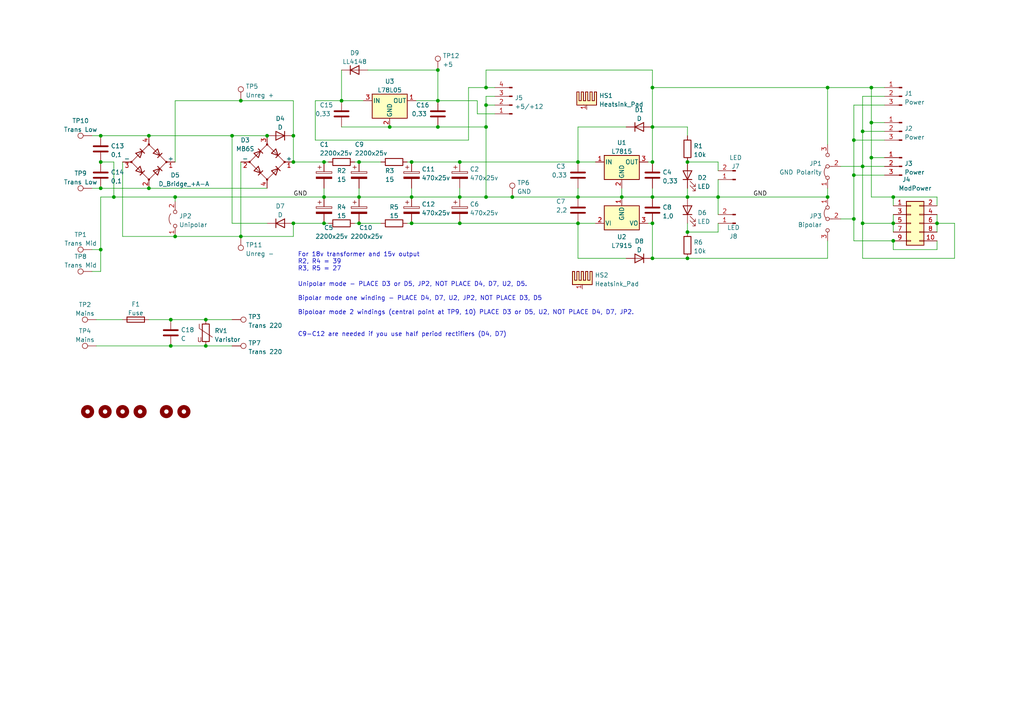
<source format=kicad_sch>
(kicad_sch (version 20211123) (generator eeschema)
  (paper "A4")
  (lib_symbols
    (symbol "Connector:Conn_01x02_Male" (pin_names (offset 1.016) hide)
      (property "Reference" "J" (at 0 2.54 0))
      (property "Value" "Conn_01x02_Male" (at 0 -5.08 0))
      (symbol "Conn_01x02_Male_1_1"
        (polyline (pts (xy 1.27 -2.54) (xy 0.8636 -2.54)) (stroke (width 0.1524)))
        (polyline (pts (xy 1.27 0) (xy 0.8636 0)) (stroke (width 0.1524)))
        (rectangle (start 0.8636 -2.413) (end 0 -2.667) (stroke (width 0.1524)) (fill (type outline)))
        (rectangle (start 0.8636 0.127) (end 0 -0.127) (stroke (width 0.1524)) (fill (type outline)))
        (pin passive line (at 5.08 0 180) (length 3.81) (name "Pin_1") (number "1"))
        (pin passive line (at 5.08 -2.54 180) (length 3.81) (name "Pin_2") (number "2"))
      )
    )
    (symbol "Connector:Conn_01x03_Male" (pin_names (offset 1.016) hide)
      (property "Reference" "J" (at 0 5.08 0))
      (property "Value" "Conn_01x03_Male" (at 0 -5.08 0))
      (symbol "Conn_01x03_Male_1_1"
        (polyline (pts (xy 1.27 -2.54) (xy 0.8636 -2.54)) (stroke (width 0.1524)))
        (polyline (pts (xy 1.27 0) (xy 0.8636 0)) (stroke (width 0.1524)))
        (polyline (pts (xy 1.27 2.54) (xy 0.8636 2.54)) (stroke (width 0.1524)))
        (rectangle (start 0.8636 -2.413) (end 0 -2.667) (stroke (width 0.1524)) (fill (type outline)))
        (rectangle (start 0.8636 0.127) (end 0 -0.127) (stroke (width 0.1524)) (fill (type outline)))
        (rectangle (start 0.8636 2.667) (end 0 2.413) (stroke (width 0.1524)) (fill (type outline)))
        (pin passive line (at 5.08 2.54 180) (length 3.81) (name "Pin_1") (number "1"))
        (pin passive line (at 5.08 0 180) (length 3.81) (name "Pin_2") (number "2"))
        (pin passive line (at 5.08 -2.54 180) (length 3.81) (name "Pin_3") (number "3"))
      )
    )
    (symbol "Connector:Conn_01x04_Male" (pin_names (offset 1.016) hide)
      (property "Reference" "J" (at 0 5.08 0))
      (property "Value" "Conn_01x04_Male" (at 0 -7.62 0))
      (symbol "Conn_01x04_Male_1_1"
        (polyline (pts (xy 1.27 -5.08) (xy 0.8636 -5.08)) (stroke (width 0.1524)))
        (polyline (pts (xy 1.27 -2.54) (xy 0.8636 -2.54)) (stroke (width 0.1524)))
        (polyline (pts (xy 1.27 0) (xy 0.8636 0)) (stroke (width 0.1524)))
        (polyline (pts (xy 1.27 2.54) (xy 0.8636 2.54)) (stroke (width 0.1524)))
        (rectangle (start 0.8636 -4.953) (end 0 -5.207) (stroke (width 0.1524)) (fill (type outline)))
        (rectangle (start 0.8636 -2.413) (end 0 -2.667) (stroke (width 0.1524)) (fill (type outline)))
        (rectangle (start 0.8636 0.127) (end 0 -0.127) (stroke (width 0.1524)) (fill (type outline)))
        (rectangle (start 0.8636 2.667) (end 0 2.413) (stroke (width 0.1524)) (fill (type outline)))
        (pin passive line (at 5.08 2.54 180) (length 3.81) (name "Pin_1") (number "1"))
        (pin passive line (at 5.08 0 180) (length 3.81) (name "Pin_2") (number "2"))
        (pin passive line (at 5.08 -2.54 180) (length 3.81) (name "Pin_3") (number "3"))
        (pin passive line (at 5.08 -5.08 180) (length 3.81) (name "Pin_4") (number "4"))
      )
    )
    (symbol "Connector:TestPoint" (pin_numbers hide) (pin_names (offset 0.762) hide)
      (property "Reference" "TP" (at 0 6.858 0))
      (property "Value" "TestPoint" (at 0 5.08 0))
      (symbol "TestPoint_0_1"
        (circle (center 0 3.302) (radius 0.762))
      )
      (symbol "TestPoint_1_1"
        (pin passive line (at 0 0 90) (length 2.54) (name "1") (number "1"))
      )
    )
    (symbol "Connector_Generic:Conn_02x05_Odd_Even" (pin_names (offset 1.016) hide)
      (property "Reference" "J" (at 1.27 7.62 0))
      (property "Value" "Conn_02x05_Odd_Even" (at 1.27 -7.62 0))
      (symbol "Conn_02x05_Odd_Even_1_1"
        (rectangle (start -1.27 -4.953) (end 0 -5.207) (stroke (width 0.1524)))
        (rectangle (start -1.27 -2.413) (end 0 -2.667) (stroke (width 0.1524)))
        (rectangle (start -1.27 0.127) (end 0 -0.127) (stroke (width 0.1524)))
        (rectangle (start -1.27 2.667) (end 0 2.413) (stroke (width 0.1524)))
        (rectangle (start -1.27 5.207) (end 0 4.953) (stroke (width 0.1524)))
        (rectangle (start -1.27 6.35) (end 3.81 -6.35) (stroke (width 0.254)) (fill (type background)))
        (rectangle (start 3.81 -4.953) (end 2.54 -5.207) (stroke (width 0.1524)))
        (rectangle (start 3.81 -2.413) (end 2.54 -2.667) (stroke (width 0.1524)))
        (rectangle (start 3.81 0.127) (end 2.54 -0.127) (stroke (width 0.1524)))
        (rectangle (start 3.81 2.667) (end 2.54 2.413) (stroke (width 0.1524)))
        (rectangle (start 3.81 5.207) (end 2.54 4.953) (stroke (width 0.1524)))
        (pin passive line (at -5.08 5.08 0) (length 3.81) (name "Pin_1") (number "1"))
        (pin passive line (at 7.62 -5.08 180) (length 3.81) (name "Pin_10") (number "10"))
        (pin passive line (at 7.62 5.08 180) (length 3.81) (name "Pin_2") (number "2"))
        (pin passive line (at -5.08 2.54 0) (length 3.81) (name "Pin_3") (number "3"))
        (pin passive line (at 7.62 2.54 180) (length 3.81) (name "Pin_4") (number "4"))
        (pin passive line (at -5.08 0 0) (length 3.81) (name "Pin_5") (number "5"))
        (pin passive line (at 7.62 0 180) (length 3.81) (name "Pin_6") (number "6"))
        (pin passive line (at -5.08 -2.54 0) (length 3.81) (name "Pin_7") (number "7"))
        (pin passive line (at 7.62 -2.54 180) (length 3.81) (name "Pin_8") (number "8"))
        (pin passive line (at -5.08 -5.08 0) (length 3.81) (name "Pin_9") (number "9"))
      )
    )
    (symbol "Device:C" (pin_numbers hide) (pin_names (offset 0.254))
      (property "Reference" "C" (at 0.635 2.54 0))
      (property "Value" "C" (at 0.635 -2.54 0))
      (symbol "C_0_1"
        (polyline (pts (xy -2.032 -0.762) (xy 2.032 -0.762)) (stroke (width 0.508)))
        (polyline (pts (xy -2.032 0.762) (xy 2.032 0.762)) (stroke (width 0.508)))
      )
      (symbol "C_1_1"
        (pin passive line (at 0 3.81 270) (length 2.794) (name "~") (number "1"))
        (pin passive line (at 0 -3.81 90) (length 2.794) (name "~") (number "2"))
      )
    )
    (symbol "Device:C_Polarized" (pin_numbers hide) (pin_names (offset 0.254))
      (property "Reference" "C" (at 0.635 2.54 0))
      (property "Value" "C_Polarized" (at 0.635 -2.54 0))
      (symbol "C_Polarized_0_1"
        (rectangle (start -2.286 0.508) (end 2.286 1.016))
        (polyline (pts (xy -1.778 2.286) (xy -0.762 2.286)))
        (polyline (pts (xy -1.27 2.794) (xy -1.27 1.778)))
        (rectangle (start 2.286 -0.508) (end -2.286 -1.016) (fill (type outline)))
      )
      (symbol "C_Polarized_1_1"
        (pin passive line (at 0 3.81 270) (length 2.794) (name "~") (number "1"))
        (pin passive line (at 0 -3.81 90) (length 2.794) (name "~") (number "2"))
      )
    )
    (symbol "Device:D" (pin_numbers hide) (pin_names (offset 1.016) hide)
      (property "Reference" "D" (at 0 2.54 0))
      (property "Value" "D" (at 0 -2.54 0))
      (symbol "D_0_1"
        (polyline (pts (xy -1.27 1.27) (xy -1.27 -1.27)) (stroke (width 0.254)))
        (polyline (pts (xy 1.27 0) (xy -1.27 0)))
        (polyline (pts (xy 1.27 1.27) (xy 1.27 -1.27) (xy -1.27 0) (xy 1.27 1.27)) (stroke (width 0.254)))
      )
      (symbol "D_1_1"
        (pin passive line (at -3.81 0 0) (length 2.54) (name "K") (number "1"))
        (pin passive line (at 3.81 0 180) (length 2.54) (name "A") (number "2"))
      )
    )
    (symbol "Device:D_Bridge_+-AA" (pin_names (offset 0))
      (property "Reference" "D" (at 2.54 6.985 0))
      (property "Value" "D_Bridge_+-AA" (at 2.54 5.08 0))
      (symbol "D_Bridge_+-AA_0_1"
        (circle (center -5.08 0) (radius 0.254) (fill (type outline)))
        (circle (center 0 -5.08) (radius 0.254) (fill (type outline)))
        (polyline (pts (xy -2.54 3.81) (xy -1.27 2.54)) (stroke (width 0.254)))
        (polyline (pts (xy -1.27 -2.54) (xy -2.54 -3.81)) (stroke (width 0.254)))
        (polyline (pts (xy 2.54 -1.27) (xy 3.81 -2.54)) (stroke (width 0.254)))
        (polyline (pts (xy 2.54 1.27) (xy 3.81 2.54)) (stroke (width 0.254)))
        (polyline (pts (xy -3.81 2.54) (xy -2.54 1.27) (xy -1.905 3.175) (xy -3.81 2.54)) (stroke (width 0.254)))
        (polyline (pts (xy -2.54 -1.27) (xy -3.81 -2.54) (xy -1.905 -3.175) (xy -2.54 -1.27)) (stroke (width 0.254)))
        (polyline (pts (xy 1.27 2.54) (xy 2.54 3.81) (xy 3.175 1.905) (xy 1.27 2.54)) (stroke (width 0.254)))
        (polyline (pts (xy 3.175 -1.905) (xy 1.27 -2.54) (xy 2.54 -3.81) (xy 3.175 -1.905)) (stroke (width 0.254)))
        (polyline (pts (xy -5.08 0) (xy 0 -5.08) (xy 5.08 0) (xy 0 5.08) (xy -5.08 0)))
        (circle (center 0 5.08) (radius 0.254) (fill (type outline)))
        (circle (center 5.08 0) (radius 0.254) (fill (type outline)))
      )
      (symbol "D_Bridge_+-AA_1_1"
        (pin passive line (at 7.62 0 180) (length 2.54) (name "+") (number "1"))
        (pin passive line (at -7.62 0 0) (length 2.54) (name "-") (number "2"))
        (pin passive line (at 0 7.62 270) (length 2.54) (name "~") (number "3"))
        (pin passive line (at 0 -7.62 90) (length 2.54) (name "~") (number "4"))
      )
    )
    (symbol "Device:D_Bridge_+A-A" (pin_names (offset 0))
      (property "Reference" "D" (at 2.54 6.985 0))
      (property "Value" "D_Bridge_+A-A" (at 2.54 5.08 0))
      (symbol "D_Bridge_+A-A_0_1"
        (circle (center -5.08 0) (radius 0.254) (fill (type outline)))
        (circle (center 0 -5.08) (radius 0.254) (fill (type outline)))
        (polyline (pts (xy -2.54 3.81) (xy -1.27 2.54)) (stroke (width 0.254)))
        (polyline (pts (xy -1.27 -2.54) (xy -2.54 -3.81)) (stroke (width 0.254)))
        (polyline (pts (xy 2.54 -1.27) (xy 3.81 -2.54)) (stroke (width 0.254)))
        (polyline (pts (xy 2.54 1.27) (xy 3.81 2.54)) (stroke (width 0.254)))
        (polyline (pts (xy -3.81 2.54) (xy -2.54 1.27) (xy -1.905 3.175) (xy -3.81 2.54)) (stroke (width 0.254)))
        (polyline (pts (xy -2.54 -1.27) (xy -3.81 -2.54) (xy -1.905 -3.175) (xy -2.54 -1.27)) (stroke (width 0.254)))
        (polyline (pts (xy 1.27 2.54) (xy 2.54 3.81) (xy 3.175 1.905) (xy 1.27 2.54)) (stroke (width 0.254)))
        (polyline (pts (xy 3.175 -1.905) (xy 1.27 -2.54) (xy 2.54 -3.81) (xy 3.175 -1.905)) (stroke (width 0.254)))
        (polyline (pts (xy -5.08 0) (xy 0 -5.08) (xy 5.08 0) (xy 0 5.08) (xy -5.08 0)))
        (circle (center 0 5.08) (radius 0.254) (fill (type outline)))
        (circle (center 5.08 0) (radius 0.254) (fill (type outline)))
      )
      (symbol "D_Bridge_+A-A_1_1"
        (pin passive line (at 7.62 0 180) (length 2.54) (name "+") (number "1"))
        (pin passive line (at 0 -7.62 90) (length 2.54) (name "~") (number "2"))
        (pin passive line (at -7.62 0 0) (length 2.54) (name "-") (number "3"))
        (pin passive line (at 0 7.62 270) (length 2.54) (name "~") (number "4"))
      )
    )
    (symbol "Device:Fuse" (pin_numbers hide) (pin_names (offset 0))
      (property "Reference" "F" (at 2.032 0 90))
      (property "Value" "Fuse" (at -1.905 0 90))
      (symbol "Fuse_0_1"
        (rectangle (start -0.762 -2.54) (end 0.762 2.54) (stroke (width 0.254)))
        (polyline (pts (xy 0 2.54) (xy 0 -2.54)))
      )
      (symbol "Fuse_1_1"
        (pin passive line (at 0 3.81 270) (length 1.27) (name "~") (number "1"))
        (pin passive line (at 0 -3.81 90) (length 1.27) (name "~") (number "2"))
      )
    )
    (symbol "Device:LED" (pin_numbers hide) (pin_names (offset 1.016) hide)
      (property "Reference" "D" (at 0 2.54 0))
      (property "Value" "LED" (at 0 -2.54 0))
      (symbol "LED_0_1"
        (polyline (pts (xy -1.27 -1.27) (xy -1.27 1.27)) (stroke (width 0.254)))
        (polyline (pts (xy -1.27 0) (xy 1.27 0)))
        (polyline (pts (xy 1.27 -1.27) (xy 1.27 1.27) (xy -1.27 0) (xy 1.27 -1.27)) (stroke (width 0.254)))
        (polyline (pts (xy -3.048 -0.762) (xy -4.572 -2.286) (xy -3.81 -2.286) (xy -4.572 -2.286) (xy -4.572 -1.524)))
        (polyline (pts (xy -1.778 -0.762) (xy -3.302 -2.286) (xy -2.54 -2.286) (xy -3.302 -2.286) (xy -3.302 -1.524)))
      )
      (symbol "LED_1_1"
        (pin passive line (at -3.81 0 0) (length 2.54) (name "K") (number "1"))
        (pin passive line (at 3.81 0 180) (length 2.54) (name "A") (number "2"))
      )
    )
    (symbol "Device:R" (pin_numbers hide) (pin_names (offset 0))
      (property "Reference" "R" (at 2.032 0 90))
      (property "Value" "R" (at 0 0 90))
      (symbol "R_0_1"
        (rectangle (start -1.016 -2.54) (end 1.016 2.54) (stroke (width 0.254)))
      )
      (symbol "R_1_1"
        (pin passive line (at 0 3.81 270) (length 1.27) (name "~") (number "1"))
        (pin passive line (at 0 -3.81 90) (length 1.27) (name "~") (number "2"))
      )
    )
    (symbol "Device:Varistor" (pin_numbers hide) (pin_names (offset 0))
      (property "Reference" "RV" (at 3.175 0 90))
      (property "Value" "Varistor" (at -3.175 0 90))
      (symbol "Varistor_0_0"
        (text "U" (at -1.778 -2.032 0) (effects (font (size 1.27 1.27))))
      )
      (symbol "Varistor_0_1"
        (rectangle (start -1.016 -2.54) (end 1.016 2.54) (stroke (width 0.254)))
        (polyline (pts (xy -1.905 2.54) (xy -1.905 1.27) (xy 1.905 -1.27)))
      )
      (symbol "Varistor_1_1"
        (pin passive line (at 0 3.81 270) (length 1.27) (name "~") (number "1"))
        (pin passive line (at 0 -3.81 90) (length 1.27) (name "~") (number "2"))
      )
    )
    (symbol "Diode:LL4148" (pin_numbers hide) (pin_names hide)
      (property "Reference" "D" (at 0 2.54 0))
      (property "Value" "LL4148" (at 0 -2.54 0))
      (symbol "LL4148_0_1"
        (polyline (pts (xy -1.27 1.27) (xy -1.27 -1.27)) (stroke (width 0.254)))
        (polyline (pts (xy 1.27 0) (xy -1.27 0)))
        (polyline (pts (xy 1.27 1.27) (xy 1.27 -1.27) (xy -1.27 0) (xy 1.27 1.27)) (stroke (width 0.254)))
      )
      (symbol "LL4148_1_1"
        (pin passive line (at -3.81 0 0) (length 2.54) (name "K") (number "1"))
        (pin passive line (at 3.81 0 180) (length 2.54) (name "A") (number "2"))
      )
    )
    (symbol "Jumper:Jumper_2_Open" (pin_names (offset 0) hide)
      (property "Reference" "JP" (at 0 2.794 0))
      (property "Value" "Jumper_2_Open" (at 0 -2.286 0))
      (symbol "Jumper_2_Open_0_0"
        (circle (center -2.032 0) (radius 0.508))
        (circle (center 2.032 0) (radius 0.508))
      )
      (symbol "Jumper_2_Open_0_1"
        (arc (start 1.524 1.27) (mid 0 1.778) (end -1.524 1.27))
      )
      (symbol "Jumper_2_Open_1_1"
        (pin passive line (at -5.08 0 0) (length 2.54) (name "A") (number "1"))
        (pin passive line (at 5.08 0 180) (length 2.54) (name "B") (number "2"))
      )
    )
    (symbol "Jumper:Jumper_3_Bridged12" (pin_names (offset 0) hide)
      (property "Reference" "JP" (at -2.54 -2.54 0))
      (property "Value" "Jumper_3_Bridged12" (at 0 2.794 0))
      (symbol "Jumper_3_Bridged12_0_0"
        (circle (center -3.302 0) (radius 0.508))
        (circle (center 0 0) (radius 0.508))
        (circle (center 3.302 0) (radius 0.508))
      )
      (symbol "Jumper_3_Bridged12_0_1"
        (arc (start -0.254 0.508) (mid -1.651 0.9912) (end -3.048 0.508))
        (polyline (pts (xy 0 -1.27) (xy 0 -0.508)))
      )
      (symbol "Jumper_3_Bridged12_1_1"
        (pin passive line (at -6.35 0 0) (length 2.54) (name "A") (number "1"))
        (pin passive line (at 0 -3.81 90) (length 2.54) (name "C") (number "2"))
        (pin passive line (at 6.35 0 180) (length 2.54) (name "B") (number "3"))
      )
    )
    (symbol "Mechanical:Heatsink_Pad" (pin_names (offset 0))
      (property "Reference" "HS" (at 0 5.715 0))
      (property "Value" "Heatsink_Pad" (at 0 3.81 0))
      (symbol "Heatsink_Pad_0_1"
        (polyline (pts (xy -0.3302 0) (xy -0.9652 0) (xy -0.9652 2.54) (xy -1.6002 2.54) (xy -1.6002 0) (xy -2.2352 0) (xy -2.2352 2.54) (xy -2.8702 2.54) (xy -2.8702 -1.27) (xy -0.9652 -1.27)) (stroke (width 0.254)) (fill (type background)))
        (polyline (pts (xy -0.3302 0) (xy -0.3302 2.54) (xy 0.3048 2.54) (xy 0.3048 0) (xy 0.9398 0) (xy 0.9398 2.54) (xy 1.5748 2.54) (xy 1.5748 0) (xy 2.2098 0) (xy 2.2098 2.54) (xy 2.8448 2.54) (xy 2.8448 -1.27) (xy -0.9652 -1.27)) (stroke (width 0.254)) (fill (type background)))
      )
      (symbol "Heatsink_Pad_1_1"
        (pin passive line (at 0 -2.54 90) (length 1.27) (name "~") (number "1"))
      )
    )
    (symbol "Mechanical:MountingHole" (pin_names (offset 1.016))
      (property "Reference" "H" (at 0 5.08 0))
      (property "Value" "MountingHole" (at 0 3.175 0))
      (symbol "MountingHole_0_1"
        (circle (center 0 0) (radius 1.27) (stroke (width 1.27)))
      )
    )
    (symbol "Regulator_Linear:L7815" (pin_names (offset 0.254))
      (property "Reference" "U" (at -3.81 3.175 0))
      (property "Value" "L7815" (at 0 3.175 0))
      (symbol "L7815_0_1"
        (rectangle (start -5.08 1.905) (end 5.08 -5.08) (stroke (width 0.254)) (fill (type background)))
      )
      (symbol "L7815_1_1"
        (pin power_in line (at -7.62 0 0) (length 2.54) (name "IN") (number "1"))
        (pin power_in line (at 0 -7.62 90) (length 2.54) (name "GND") (number "2"))
        (pin power_out line (at 7.62 0 180) (length 2.54) (name "OUT") (number "3"))
      )
    )
    (symbol "Regulator_Linear:L78L05_SOT89" (pin_names (offset 0.254))
      (property "Reference" "U" (at -3.81 3.175 0))
      (property "Value" "L78L05_SOT89" (at -0.635 3.175 0))
      (symbol "L78L05_SOT89_0_1"
        (rectangle (start -5.08 1.905) (end 5.08 -5.08) (stroke (width 0.254)) (fill (type background)))
      )
      (symbol "L78L05_SOT89_1_1"
        (pin power_out line (at 7.62 0 180) (length 2.54) (name "OUT") (number "1"))
        (pin power_in line (at 0 -7.62 90) (length 2.54) (name "GND") (number "2"))
        (pin power_in line (at -7.62 0 0) (length 2.54) (name "IN") (number "3"))
      )
    )
    (symbol "Regulator_Linear:L7915" (pin_names (offset 0.254))
      (property "Reference" "U" (at -3.81 -3.175 0))
      (property "Value" "L7915" (at 0 -3.175 0))
      (symbol "L7915_0_1"
        (rectangle (start -5.08 5.08) (end 5.08 -1.905) (stroke (width 0.254)) (fill (type background)))
      )
      (symbol "L7915_1_1"
        (pin power_in line (at 0 7.62 270) (length 2.54) (name "GND") (number "1"))
        (pin power_in line (at -7.62 0 0) (length 2.54) (name "VI") (number "2"))
        (pin power_out line (at 7.62 0 180) (length 2.54) (name "VO") (number "3"))
      )
    )
  )
  (junction (at 247.65 40.64))
  (junction (at 104.14 57.15))
  (junction (at 259.08 57.15))
  (junction (at 69.85 68.58))
  (junction (at 133.35 57.15))
  (junction (at 250.19 38.1))
  (junction (at 252.73 25.4))
  (junction (at 189.23 64.77))
  (junction (at 127 20.32))
  (junction (at 252.73 35.56))
  (junction (at 29.21 72.39))
  (junction (at 167.64 64.77))
  (junction (at 69.85 29.21))
  (junction (at 85.09 64.77))
  (junction (at 127 29.21))
  (junction (at 119.38 46.99))
  (junction (at 189.23 25.4))
  (junction (at 49.53 100.33))
  (junction (at 199.39 74.93))
  (junction (at 199.39 46.99))
  (junction (at 85.09 39.37))
  (junction (at 85.09 46.99))
  (junction (at 199.39 67.31))
  (junction (at 240.03 25.4))
  (junction (at 250.19 48.26))
  (junction (at 67.31 39.37))
  (junction (at 49.53 92.71))
  (junction (at 240.03 57.15))
  (junction (at 133.35 64.77))
  (junction (at 29.21 39.37))
  (junction (at 189.23 36.83))
  (junction (at 247.65 50.8))
  (junction (at 140.97 30.48))
  (junction (at 93.98 46.99))
  (junction (at 43.18 54.61))
  (junction (at 127 36.83))
  (junction (at 93.98 57.15))
  (junction (at 133.35 46.99))
  (junction (at 189.23 74.93))
  (junction (at 113.03 36.83))
  (junction (at 140.97 25.4))
  (junction (at 119.38 57.15))
  (junction (at 50.8 57.15))
  (junction (at 140.97 36.83))
  (junction (at 29.21 46.99))
  (junction (at 252.73 45.72))
  (junction (at 247.65 63.5))
  (junction (at 199.39 57.15))
  (junction (at 189.23 46.99))
  (junction (at 140.97 57.15))
  (junction (at 167.64 57.15))
  (junction (at 77.47 39.37))
  (junction (at 208.28 57.15))
  (junction (at 59.69 92.71))
  (junction (at 59.69 100.33))
  (junction (at 33.02 57.15))
  (junction (at 119.38 64.77))
  (junction (at 93.98 64.77))
  (junction (at 259.08 69.85))
  (junction (at 259.08 64.77))
  (junction (at 180.34 57.15))
  (junction (at 148.59 57.15))
  (junction (at 99.06 29.21))
  (junction (at 271.78 64.77))
  (junction (at 167.64 46.99))
  (junction (at 50.8 68.58))
  (junction (at 104.14 64.77))
  (junction (at 29.21 54.61))
  (junction (at 43.18 39.37))
  (junction (at 189.23 57.15))
  (junction (at 104.14 46.99))
  (junction (at 250.19 64.77))
  (wire (pts (xy 133.35 57.15) (xy 140.97 57.15)))
  (wire (pts (xy 127 20.32) (xy 127 29.21)))
  (wire (pts (xy 29.21 72.39) (xy 26.67 72.39)))
  (wire (pts (xy 180.34 54.61) (xy 180.34 57.15)))
  (wire (pts (xy 50.8 57.15) (xy 33.02 57.15)))
  (wire (pts (xy 27.94 100.33) (xy 49.53 100.33)))
  (wire (pts (xy 189.23 54.61) (xy 189.23 57.15)))
  (wire (pts (xy 135.89 25.4) (xy 140.97 25.4)))
  (wire (pts (xy 143.51 25.4) (xy 140.97 25.4)))
  (wire (pts (xy 250.19 27.94) (xy 250.19 38.1)))
  (wire (pts (xy 91.44 40.64) (xy 135.89 40.64)))
  (wire (pts (xy 140.97 20.32) (xy 189.23 20.32)))
  (wire (pts (xy 143.51 33.02) (xy 138.43 33.02)))
  (wire (pts (xy 271.78 57.15) (xy 271.78 59.69)))
  (wire (pts (xy 189.23 57.15) (xy 199.39 57.15)))
  (wire (pts (xy 252.73 25.4) (xy 252.73 35.56)))
  (wire (pts (xy 240.03 25.4) (xy 252.73 25.4)))
  (wire (pts (xy 50.8 57.15) (xy 50.8 58.42)))
  (wire (pts (xy 140.97 27.94) (xy 140.97 30.48)))
  (wire (pts (xy 189.23 57.15) (xy 180.34 57.15)))
  (wire (pts (xy 189.23 20.32) (xy 189.23 25.4)))
  (wire (pts (xy 252.73 35.56) (xy 252.73 45.72)))
  (wire (pts (xy 256.54 38.1) (xy 250.19 38.1)))
  (wire (pts (xy 247.65 40.64) (xy 247.65 50.8)))
  (wire (pts (xy 120.65 29.21) (xy 127 29.21)))
  (wire (pts (xy 91.44 29.21) (xy 91.44 40.64)))
  (wire (pts (xy 99.06 29.21) (xy 91.44 29.21)))
  (wire (pts (xy 208.28 57.15) (xy 208.28 62.23)))
  (wire (pts (xy 167.64 64.77) (xy 172.72 64.77)))
  (wire (pts (xy 99.06 29.21) (xy 105.41 29.21)))
  (wire (pts (xy 26.67 54.61) (xy 29.21 54.61)))
  (wire (pts (xy 118.11 46.99) (xy 119.38 46.99)))
  (wire (pts (xy 199.39 36.83) (xy 189.23 36.83)))
  (wire (pts (xy 133.35 64.77) (xy 167.64 64.77)))
  (wire (pts (xy 104.14 46.99) (xy 110.49 46.99)))
  (wire (pts (xy 99.06 20.32) (xy 99.06 29.21)))
  (wire (pts (xy 199.39 74.93) (xy 240.03 74.93)))
  (wire (pts (xy 106.68 20.32) (xy 127 20.32)))
  (wire (pts (xy 256.54 40.64) (xy 247.65 40.64)))
  (wire (pts (xy 276.86 74.93) (xy 250.19 74.93)))
  (wire (pts (xy 104.14 64.77) (xy 110.49 64.77)))
  (wire (pts (xy 29.21 39.37) (xy 43.18 39.37)))
  (wire (pts (xy 259.08 57.15) (xy 271.78 57.15)))
  (wire (pts (xy 69.85 29.21) (xy 85.09 29.21)))
  (wire (pts (xy 43.18 54.61) (xy 77.47 54.61)))
  (wire (pts (xy 208.28 46.99) (xy 199.39 46.99)))
  (wire (pts (xy 259.08 59.69) (xy 259.08 57.15)))
  (wire (pts (xy 93.98 57.15) (xy 93.98 54.61)))
  (wire (pts (xy 49.53 100.33) (xy 59.69 100.33)))
  (wire (pts (xy 199.39 64.77) (xy 199.39 67.31)))
  (wire (pts (xy 252.73 45.72) (xy 252.73 57.15)))
  (wire (pts (xy 93.98 46.99) (xy 95.25 46.99)))
  (wire (pts (xy 256.54 50.8) (xy 247.65 50.8)))
  (wire (pts (xy 250.19 48.26) (xy 250.19 64.77)))
  (wire (pts (xy 247.65 50.8) (xy 247.65 63.5)))
  (wire (pts (xy 271.78 62.23) (xy 271.78 64.77)))
  (wire (pts (xy 50.8 57.15) (xy 93.98 57.15)))
  (wire (pts (xy 43.18 39.37) (xy 67.31 39.37)))
  (wire (pts (xy 199.39 74.93) (xy 189.23 74.93)))
  (wire (pts (xy 259.08 64.77) (xy 259.08 67.31)))
  (wire (pts (xy 256.54 48.26) (xy 250.19 48.26)))
  (wire (pts (xy 135.89 40.64) (xy 135.89 25.4)))
  (wire (pts (xy 113.03 36.83) (xy 127 36.83)))
  (wire (pts (xy 208.28 64.77) (xy 208.28 67.31)))
  (wire (pts (xy 167.64 74.93) (xy 167.64 64.77)))
  (wire (pts (xy 180.34 57.15) (xy 167.64 57.15)))
  (wire (pts (xy 243.84 63.5) (xy 247.65 63.5)))
  (wire (pts (xy 119.38 54.61) (xy 119.38 57.15)))
  (wire (pts (xy 67.31 64.77) (xy 67.31 39.37)))
  (wire (pts (xy 256.54 27.94) (xy 250.19 27.94)))
  (wire (pts (xy 259.08 62.23) (xy 259.08 64.77)))
  (wire (pts (xy 208.28 49.53) (xy 208.28 46.99)))
  (wire (pts (xy 140.97 25.4) (xy 140.97 20.32)))
  (wire (pts (xy 256.54 35.56) (xy 252.73 35.56)))
  (wire (pts (xy 119.38 57.15) (xy 104.14 57.15)))
  (wire (pts (xy 35.56 46.99) (xy 35.56 68.58)))
  (wire (pts (xy 59.69 92.71) (xy 67.31 92.71)))
  (wire (pts (xy 247.65 30.48) (xy 247.65 40.64)))
  (wire (pts (xy 208.28 57.15) (xy 240.03 57.15)))
  (wire (pts (xy 93.98 64.77) (xy 95.25 64.77)))
  (wire (pts (xy 259.08 69.85) (xy 247.65 69.85)))
  (wire (pts (xy 67.31 39.37) (xy 77.47 39.37)))
  (wire (pts (xy 199.39 67.31) (xy 208.28 67.31)))
  (wire (pts (xy 140.97 30.48) (xy 140.97 36.83)))
  (wire (pts (xy 252.73 57.15) (xy 259.08 57.15)))
  (wire (pts (xy 118.11 64.77) (xy 119.38 64.77)))
  (wire (pts (xy 50.8 29.21) (xy 69.85 29.21)))
  (wire (pts (xy 259.08 72.39) (xy 271.78 72.39)))
  (wire (pts (xy 199.39 39.37) (xy 199.39 36.83)))
  (wire (pts (xy 240.03 54.61) (xy 240.03 57.15)))
  (wire (pts (xy 189.23 25.4) (xy 240.03 25.4)))
  (wire (pts (xy 85.09 68.58) (xy 85.09 64.77)))
  (wire (pts (xy 35.56 68.58) (xy 50.8 68.58)))
  (wire (pts (xy 167.64 36.83) (xy 167.64 46.99)))
  (wire (pts (xy 69.85 46.99) (xy 69.85 68.58)))
  (wire (pts (xy 119.38 64.77) (xy 133.35 64.77)))
  (wire (pts (xy 50.8 46.99) (xy 50.8 29.21)))
  (wire (pts (xy 189.23 36.83) (xy 189.23 25.4)))
  (wire (pts (xy 199.39 57.15) (xy 208.28 57.15)))
  (wire (pts (xy 133.35 57.15) (xy 119.38 57.15)))
  (wire (pts (xy 26.67 39.37) (xy 29.21 39.37)))
  (wire (pts (xy 138.43 29.21) (xy 127 29.21)))
  (wire (pts (xy 29.21 72.39) (xy 29.21 57.15)))
  (wire (pts (xy 104.14 54.61) (xy 104.14 57.15)))
  (wire (pts (xy 26.67 78.74) (xy 29.21 78.74)))
  (wire (pts (xy 140.97 36.83) (xy 140.97 57.15)))
  (wire (pts (xy 187.96 64.77) (xy 189.23 64.77)))
  (wire (pts (xy 29.21 78.74) (xy 29.21 72.39)))
  (wire (pts (xy 29.21 57.15) (xy 33.02 57.15)))
  (wire (pts (xy 59.69 100.33) (xy 67.31 100.33)))
  (wire (pts (xy 271.78 64.77) (xy 271.78 67.31)))
  (wire (pts (xy 143.51 30.48) (xy 140.97 30.48)))
  (wire (pts (xy 181.61 74.93) (xy 167.64 74.93)))
  (wire (pts (xy 181.61 36.83) (xy 167.64 36.83)))
  (wire (pts (xy 187.96 46.99) (xy 189.23 46.99)))
  (wire (pts (xy 148.59 57.15) (xy 167.64 57.15)))
  (wire (pts (xy 49.53 92.71) (xy 59.69 92.71)))
  (wire (pts (xy 199.39 54.61) (xy 199.39 57.15)))
  (wire (pts (xy 240.03 69.85) (xy 240.03 74.93)))
  (wire (pts (xy 50.8 68.58) (xy 69.85 68.58)))
  (wire (pts (xy 77.47 64.77) (xy 67.31 64.77)))
  (wire (pts (xy 133.35 46.99) (xy 167.64 46.99)))
  (wire (pts (xy 259.08 69.85) (xy 259.08 72.39)))
  (wire (pts (xy 208.28 52.07) (xy 208.28 57.15)))
  (wire (pts (xy 250.19 38.1) (xy 250.19 48.26)))
  (wire (pts (xy 33.02 57.15) (xy 33.02 46.99)))
  (wire (pts (xy 250.19 64.77) (xy 259.08 64.77)))
  (wire (pts (xy 247.65 69.85) (xy 247.65 63.5)))
  (wire (pts (xy 256.54 25.4) (xy 252.73 25.4)))
  (wire (pts (xy 133.35 54.61) (xy 133.35 57.15)))
  (wire (pts (xy 85.09 29.21) (xy 85.09 39.37)))
  (wire (pts (xy 140.97 57.15) (xy 148.59 57.15)))
  (wire (pts (xy 167.64 54.61) (xy 167.64 57.15)))
  (wire (pts (xy 167.64 46.99) (xy 172.72 46.99)))
  (wire (pts (xy 43.18 92.71) (xy 49.53 92.71)))
  (wire (pts (xy 85.09 46.99) (xy 93.98 46.99)))
  (wire (pts (xy 189.23 64.77) (xy 189.23 74.93)))
  (wire (pts (xy 102.87 46.99) (xy 104.14 46.99)))
  (wire (pts (xy 69.85 68.58) (xy 85.09 68.58)))
  (wire (pts (xy 104.14 57.15) (xy 93.98 57.15)))
  (wire (pts (xy 143.51 27.94) (xy 140.97 27.94)))
  (wire (pts (xy 29.21 54.61) (xy 43.18 54.61)))
  (wire (pts (xy 250.19 74.93) (xy 250.19 64.77)))
  (wire (pts (xy 138.43 33.02) (xy 138.43 29.21)))
  (wire (pts (xy 85.09 39.37) (xy 85.09 46.99)))
  (wire (pts (xy 33.02 46.99) (xy 29.21 46.99)))
  (wire (pts (xy 119.38 46.99) (xy 133.35 46.99)))
  (wire (pts (xy 276.86 64.77) (xy 271.78 64.77)))
  (wire (pts (xy 27.94 92.71) (xy 35.56 92.71)))
  (wire (pts (xy 276.86 64.77) (xy 276.86 74.93)))
  (wire (pts (xy 240.03 25.4) (xy 240.03 41.91)))
  (wire (pts (xy 99.06 36.83) (xy 113.03 36.83)))
  (wire (pts (xy 243.84 48.26) (xy 250.19 48.26)))
  (wire (pts (xy 256.54 30.48) (xy 247.65 30.48)))
  (wire (pts (xy 102.87 64.77) (xy 104.14 64.77)))
  (wire (pts (xy 271.78 72.39) (xy 271.78 69.85)))
  (wire (pts (xy 127 36.83) (xy 140.97 36.83)))
  (wire (pts (xy 85.09 64.77) (xy 93.98 64.77)))
  (wire (pts (xy 256.54 45.72) (xy 252.73 45.72)))
  (wire (pts (xy 189.23 36.83) (xy 189.23 46.99)))
  (text "Unipolar mode - PLACE D3 or D5, JP2, NOT PLACE D4, D7, U2, D5.\n\nBipolar mode one winding - PLACE D4, D7, U2, JP2, NOT PLACE D3, D5\n\nBipoloar mode 2 windings (central point at TP9, 10) PLACE D3 or D5, U2, NOT PLACE D4, D7, JP2.\n" (at 86.36 91.44 0) (effects (font (size 1.27 1.27)) (justify left bottom)))
  (text "C9-C12 are needed if you use half period rectifiers (D4, D7)" (at 86.36 97.79 0) (effects (font (size 1.27 1.27)) (justify left bottom)))
  (text "For 18v transformer and 15v output\nR2, R4 = 39 \nR3, R5 = 27" (at 86.36 78.74 0) (effects (font (size 1.27 1.27)) (justify left bottom)))
  (label "GND" (at 218.44 57.15 0))
  (label "GND" (at 85.09 57.15 0))
  (symbol (lib_id "Device:C_Polarized") (at 104.14 50.8 0) (unit 1)
    (property "Reference" "C9" (at 102.87 41.91 0) (effects (justify left)))
    (property "Value" "2200x25v" (at 102.87 44.45 0) (effects (justify left)))
    (property "Footprint" "Capacitor_THT:CP_Radial_D13.0mm_P5.00mm" (effects hide))
  )
  (symbol (lib_id "Device:D") (at 81.28 64.77 0) (unit 1)
    (property "Reference" "D7" (at 81.28 59.8002 0))
    (property "Value" "D" (at 81.28 62.3371 0))
    (property "Footprint" "Diode_SMD:D_SMA-SMB_Universal_Handsoldering" (effects hide))
  )
  (symbol (lib_id "Device:C") (at 29.21 50.8 0) (unit 1)
    (property "Reference" "C14" (at 32.131 49.9653 0) (effects (justify left)))
    (property "Value" "0,1" (at 32.131 52.5022 0) (effects (justify left)))
    (property "Footprint" "Capacitor_THT:C_Rect_L13.0mm_W6.0mm_P10.00mm_FKS3_FKP3_MKS4" (effects hide))
  )
  (symbol (lib_id "Device:D") (at 185.42 74.93 180) (unit 1)
    (property "Reference" "D8" (at 185.42 69.9602 0))
    (property "Value" "D" (at 185.42 72.4971 0))
    (property "Footprint" "Diode_SMD:D_SMA-SMB_Universal_Handsoldering" (effects hide))
  )
  (symbol (lib_id "Regulator_Linear:L78L05_SOT89") (at 113.03 29.21 0) (unit 1)
    (property "Reference" "U3" (at 113.03 23.6052 0))
    (property "Value" "L78L05" (at 113.03 26.1421 0))
    (property "Footprint" "Package_TO_SOT_SMD:SOT-89-3" (effects hide))
    (property "Datasheet" "http://www.st.com/content/ccc/resource/technical/document/datasheet/15/55/e5/aa/23/5b/43/fd/CD00000446.pdf/files/CD00000446.pdf/jcr:content/translations/en.CD00000446.pdf" (effects hide))
  )
  (symbol (lib_id "Device:C") (at 189.23 60.96 0) (unit 1)
    (property "Reference" "C8" (at 192.151 60.1253 0) (effects (justify left)))
    (property "Value" "1,0" (at 192.151 62.6622 0) (effects (justify left)))
    (property "Footprint" "Capacitor_SMD:C_0805_2012Metric_Pad1.18x1.45mm_HandSolder" (effects hide))
  )
  (symbol (lib_id "Connector:TestPoint") (at 67.31 92.71 270) (unit 1)
    (property "Reference" "TP3" (at 72.009 91.8753 90) (effects (justify left)))
    (property "Value" "Trans 220" (at 72.009 94.4122 90) (effects (justify left)))
    (property "Footprint" "TestPoint:TestPoint_THTPad_3.0x3.0mm_Drill1.5mm" (effects hide))
  )
  (symbol (lib_id "Device:Varistor") (at 59.69 96.52 0) (unit 1)
    (property "Reference" "RV1" (at 62.23 95.9385 0) (effects (justify left)))
    (property "Value" "Varistor" (at 62.23 98.4754 0) (effects (justify left)))
    (property "Footprint" "Varistor:RV_Disc_D15.5mm_W3.9mm_P7.5mm" (effects hide))
  )
  (symbol (lib_id "Diode:LL4148") (at 102.87 20.32 0) (unit 1)
    (property "Reference" "D9" (at 102.87 15.3502 0))
    (property "Value" "LL4148" (at 102.87 17.8871 0))
    (property "Footprint" "Diode_SMD:D_MiniMELF" (effects hide))
    (property "Datasheet" "http://www.vishay.com/docs/85557/ll4148.pdf" (effects hide))
  )
  (symbol (lib_id "Connector_Generic:Conn_02x05_Odd_Even") (at 264.16 64.77 0) (unit 1)
    (property "Reference" "J4" (at 262.89 52.07 0))
    (property "Value" "ModPower" (at 265.43 54.61 0))
    (property "Footprint" "Connector_PinHeader_2.54mm:PinHeader_2x05_P2.54mm_Vertical" (effects hide))
  )
  (symbol (lib_id "Device:C") (at 29.21 43.18 0) (unit 1)
    (property "Reference" "C13" (at 32.131 42.3453 0) (effects (justify left)))
    (property "Value" "0,1" (at 32.131 44.8822 0) (effects (justify left)))
    (property "Footprint" "Capacitor_THT:C_Rect_L13.0mm_W6.0mm_P10.00mm_FKS3_FKP3_MKS4" (effects hide))
  )
  (symbol (lib_id "Device:R") (at 99.06 46.99 90) (unit 1)
    (property "Reference" "R2" (at 99.06 49.53 90))
    (property "Value" "15" (at 99.06 52.07 90))
    (property "Footprint" "Resistor_THT:R_Axial_DIN0516_L15.5mm_D5.0mm_P5.08mm_Vertical" (effects hide))
  )
  (symbol (lib_id "Device:D_Bridge_+A-A") (at 43.18 46.99 0) (unit 1)
    (property "Reference" "D5" (at 50.8 50.8 0))
    (property "Value" "D_Bridge_+A-A" (at 53.34 53.34 0))
    (property "Footprint" "Diode_THT:Diode_Bridge_Round_D9.0mm" (effects hide))
  )
  (symbol (lib_id "Connector:Conn_01x02_Male") (at 213.36 64.77 180) (unit 1)
    (property "Reference" "J8" (at 212.725 68.546 0))
    (property "Value" "LED" (at 212.725 66.0091 0))
    (property "Footprint" "Connector_PinHeader_2.54mm:PinHeader_1x02_P2.54mm_Vertical" (effects hide))
  )
  (symbol (lib_id "Connector:TestPoint") (at 69.85 68.58 180) (unit 1)
    (property "Reference" "TP11" (at 71.247 71.0473 0) (effects (justify right)))
    (property "Value" "Unreg -" (at 71.247 73.5842 0) (effects (justify right)))
    (property "Footprint" "TestPoint:TestPoint_THTPad_3.0x3.0mm_Drill1.5mm" (effects hide))
  )
  (symbol (lib_id "Regulator_Linear:L7815") (at 180.34 46.99 0) (unit 1)
    (property "Reference" "U1" (at 180.34 41.3852 0))
    (property "Value" "L7815" (at 180.34 43.9221 0))
    (property "Footprint" "Package_TO_SOT_THT:TO-220-3_Vertical" (effects hide))
    (property "Datasheet" "http://www.st.com/content/ccc/resource/technical/document/datasheet/41/4f/b3/b0/12/d4/47/88/CD00000444.pdf/files/CD00000444.pdf/jcr:content/translations/en.CD00000444.pdf" (effects hide))
  )
  (symbol (lib_id "Device:C") (at 127 33.02 0) (unit 1)
    (property "Reference" "C16" (at 120.65 30.48 0) (effects (justify left)))
    (property "Value" "0,33" (at 119.38 33.02 0) (effects (justify left)))
    (property "Footprint" "Capacitor_SMD:C_0805_2012Metric_Pad1.18x1.45mm_HandSolder" (effects hide))
  )
  (symbol (lib_id "Mechanical:MountingHole") (at 48.26 119.38 0) (unit 1)
    (property "Reference" "H5" (effects hide))
    (property "Value" "MountingHole" (effects hide))
    (property "Footprint" "MountingHole:MountingHole_3.2mm_M3" (effects hide))
  )
  (symbol (lib_id "Connector:TestPoint") (at 27.94 100.33 90) (unit 1)
    (property "Reference" "TP4" (at 24.638 95.9952 90))
    (property "Value" "Mains" (at 24.638 98.5321 90))
    (property "Footprint" "TestPoint:TestPoint_THTPad_2.0x2.0mm_Drill1.0mm" (effects hide))
  )
  (symbol (lib_id "Connector:TestPoint") (at 26.67 54.61 90) (unit 1)
    (property "Reference" "TP9" (at 23.368 50.2752 90))
    (property "Value" "Trans Low" (at 23.368 52.8121 90))
    (property "Footprint" "TestPoint:TestPoint_THTPad_3.0x3.0mm_Drill1.5mm" (effects hide))
  )
  (symbol (lib_id "Jumper:Jumper_3_Bridged12") (at 240.03 48.26 90) (unit 1)
    (property "Reference" "JP1" (at 238.4039 47.4253 90) (effects (justify left)))
    (property "Value" "GND Polarity" (at 238.4039 49.9622 90) (effects (justify left)))
    (property "Footprint" "Connector_PinHeader_2.54mm:PinHeader_1x03_P2.54mm_Vertical" (effects hide))
  )
  (symbol (lib_id "Device:LED") (at 199.39 60.96 90) (unit 1)
    (property "Reference" "D6" (at 202.311 61.7128 90) (effects (justify right)))
    (property "Value" "LED" (at 202.311 64.2497 90) (effects (justify right)))
    (property "Footprint" "LED_SMD:LED_1206_3216Metric_Pad1.42x1.75mm_HandSolder" (effects hide))
  )
  (symbol (lib_id "Device:C_Polarized") (at 93.98 60.96 0) (unit 1)
    (property "Reference" "C5" (at 93.98 66.04 0) (effects (justify left)))
    (property "Value" "2200x25v" (at 91.44 68.58 0) (effects (justify left)))
    (property "Footprint" "Capacitor_THT:CP_Radial_D13.0mm_P5.00mm" (effects hide))
  )
  (symbol (lib_id "Mechanical:Heatsink_Pad") (at 168.91 81.28 0) (unit 1)
    (property "Reference" "HS2" (at 172.5168 79.8103 0) (effects (justify left)))
    (property "Value" "Heatsink_Pad" (at 172.5168 82.3472 0) (effects (justify left)))
    (property "Footprint" "dz_lib:Heatsink_TO_220" (effects hide))
  )
  (symbol (lib_id "Mechanical:MountingHole") (at 53.34 119.38 0) (unit 1)
    (property "Reference" "H6" (effects hide))
    (property "Value" "MountingHole" (effects hide))
    (property "Footprint" "MountingHole:MountingHole_3.2mm_M3" (effects hide))
  )
  (symbol (lib_id "Device:C") (at 167.64 50.8 0) (unit 1)
    (property "Reference" "C3" (at 161.29 48.26 0) (effects (justify left)))
    (property "Value" "0,33" (at 160.02 50.8 0) (effects (justify left)))
    (property "Footprint" "Capacitor_SMD:C_0805_2012Metric_Pad1.18x1.45mm_HandSolder" (effects hide))
  )
  (symbol (lib_id "Mechanical:MountingHole") (at 40.64 119.38 0) (unit 1)
    (property "Reference" "H4" (effects hide))
    (property "Value" "MountingHole" (effects hide))
    (property "Footprint" "MountingHole:MountingHole_3.2mm_M3" (effects hide))
  )
  (symbol (lib_id "Regulator_Linear:L7915") (at 180.34 64.77 0) (unit 1)
    (property "Reference" "U2" (at 180.34 68.7054 0))
    (property "Value" "L7915" (at 180.34 71.2423 0))
    (property "Footprint" "Package_TO_SOT_THT:TO-220-3_Vertical" (effects hide))
    (property "Datasheet" "http://www.st.com/content/ccc/resource/technical/document/datasheet/c9/16/86/41/c7/2b/45/f2/CD00000450.pdf/files/CD00000450.pdf/jcr:content/translations/en.CD00000450.pdf" (effects hide))
  )
  (symbol (lib_id "Device:C") (at 167.64 60.96 0) (unit 1)
    (property "Reference" "C7" (at 161.29 58.42 0) (effects (justify left)))
    (property "Value" "2,2" (at 161.29 60.96 0) (effects (justify left)))
    (property "Footprint" "Capacitor_SMD:C_0805_2012Metric_Pad1.18x1.45mm_HandSolder" (effects hide))
  )
  (symbol (lib_id "Device:C") (at 189.23 50.8 0) (unit 1)
    (property "Reference" "C4" (at 192.151 49.9653 0) (effects (justify left)))
    (property "Value" "0,33" (at 192.151 52.5022 0) (effects (justify left)))
    (property "Footprint" "Capacitor_SMD:C_0805_2012Metric_Pad1.18x1.45mm_HandSolder" (effects hide))
  )
  (symbol (lib_id "Mechanical:MountingHole") (at 35.56 119.38 0) (unit 1)
    (property "Reference" "H3" (effects hide))
    (property "Value" "MountingHole" (effects hide))
    (property "Footprint" "MountingHole:MountingHole_3.2mm_M3" (effects hide))
  )
  (symbol (lib_id "Device:R") (at 114.3 46.99 90) (unit 1)
    (property "Reference" "R3" (at 113.03 49.53 90))
    (property "Value" "15" (at 113.03 52.07 90))
    (property "Footprint" "Resistor_THT:R_Axial_DIN0516_L15.5mm_D5.0mm_P5.08mm_Vertical" (effects hide))
  )
  (symbol (lib_id "Device:R") (at 114.3 64.77 90) (unit 1)
    (property "Reference" "R5" (at 114.3 60.0542 90))
    (property "Value" "15" (at 114.3 62.5911 90))
    (property "Footprint" "Resistor_THT:R_Axial_DIN0516_L15.5mm_D5.0mm_P5.08mm_Vertical" (effects hide))
  )
  (symbol (lib_id "Device:C_Polarized") (at 119.38 60.96 0) (unit 1)
    (property "Reference" "C12" (at 122.301 59.2363 0) (effects (justify left)))
    (property "Value" "470x25v" (at 122.301 61.7732 0) (effects (justify left)))
    (property "Footprint" "Capacitor_THT:CP_Radial_D13.0mm_P5.00mm" (effects hide))
  )
  (symbol (lib_id "Device:C") (at 99.06 33.02 0) (unit 1)
    (property "Reference" "C15" (at 92.71 30.48 0) (effects (justify left)))
    (property "Value" "0,33" (at 91.44 33.02 0) (effects (justify left)))
    (property "Footprint" "Capacitor_SMD:C_0805_2012Metric_Pad1.18x1.45mm_HandSolder" (effects hide))
  )
  (symbol (lib_id "Connector:TestPoint") (at 26.67 72.39 90) (unit 1)
    (property "Reference" "TP1" (at 23.368 68.0552 90))
    (property "Value" "Trans Mid" (at 23.368 70.5921 90))
    (property "Footprint" "TestPoint:TestPoint_THTPad_3.0x3.0mm_Drill1.5mm" (effects hide))
  )
  (symbol (lib_id "Device:R") (at 199.39 43.18 180) (unit 1)
    (property "Reference" "R1" (at 201.168 42.3453 0) (effects (justify right)))
    (property "Value" "10k" (at 201.168 44.8822 0) (effects (justify right)))
    (property "Footprint" "Resistor_SMD:R_1206_3216Metric_Pad1.30x1.75mm_HandSolder" (effects hide))
  )
  (symbol (lib_id "Connector:Conn_01x03_Male") (at 261.62 38.1 0) (mirror y) (unit 1)
    (property "Reference" "J2" (at 262.3312 37.2653 0) (effects (justify right)))
    (property "Value" "Power" (at 262.3312 39.8022 0) (effects (justify right)))
    (property "Footprint" "Connector_PinHeader_2.54mm:PinHeader_1x03_P2.54mm_Vertical" (effects hide))
  )
  (symbol (lib_id "Connector:TestPoint") (at 26.67 39.37 90) (unit 1)
    (property "Reference" "TP10" (at 23.368 35.0352 90))
    (property "Value" "Trans Low" (at 23.368 37.5721 90))
    (property "Footprint" "TestPoint:TestPoint_THTPad_3.0x3.0mm_Drill1.5mm" (effects hide))
  )
  (symbol (lib_id "Connector:Conn_01x04_Male") (at 148.59 30.48 180) (unit 1)
    (property "Reference" "J5" (at 149.3012 28.3753 0) (effects (justify right)))
    (property "Value" "+5/+12" (at 149.3012 30.9122 0) (effects (justify right)))
    (property "Footprint" "Connector_Molex:Molex_KK-254_AE-6410-04A_1x04_P2.54mm_Vertical" (effects hide))
  )
  (symbol (lib_id "Device:R") (at 199.39 71.12 180) (unit 1)
    (property "Reference" "R6" (at 201.168 70.2853 0) (effects (justify right)))
    (property "Value" "10k" (at 201.168 72.8222 0) (effects (justify right)))
    (property "Footprint" "Resistor_SMD:R_1206_3216Metric_Pad1.30x1.75mm_HandSolder" (effects hide))
  )
  (symbol (lib_id "Jumper:Jumper_2_Open") (at 50.8 63.5 90) (unit 1)
    (property "Reference" "JP2" (at 51.943 62.6653 90) (effects (justify right)))
    (property "Value" "Unipolar" (at 51.943 65.2022 90) (effects (justify right)))
    (property "Footprint" "TestPoint:TestPoint_2Pads_Pitch2.54mm_Drill0.8mm" (effects hide))
  )
  (symbol (lib_id "Device:C") (at 49.53 96.52 0) (unit 1)
    (property "Reference" "C18" (at 52.451 95.6853 0) (effects (justify left)))
    (property "Value" "C" (at 52.451 98.2222 0) (effects (justify left)))
    (property "Footprint" "Capacitor_THT:C_Rect_L13.0mm_W6.0mm_P10.00mm_FKS3_FKP3_MKS4" (effects hide))
  )
  (symbol (lib_id "Connector:TestPoint") (at 148.59 57.15 0) (unit 1)
    (property "Reference" "TP6" (at 149.987 53.0133 0) (effects (justify left)))
    (property "Value" "GND" (at 149.987 55.5502 0) (effects (justify left)))
    (property "Footprint" "TestPoint:TestPoint_THTPad_3.0x3.0mm_Drill1.5mm" (effects hide))
  )
  (symbol (lib_id "Device:C_Polarized") (at 133.35 50.8 0) (unit 1)
    (property "Reference" "C2" (at 136.271 49.0763 0) (effects (justify left)))
    (property "Value" "470x25v" (at 136.271 51.6132 0) (effects (justify left)))
    (property "Footprint" "Capacitor_THT:CP_Radial_D13.0mm_P5.00mm" (effects hide))
  )
  (symbol (lib_id "Connector:TestPoint") (at 26.67 78.74 90) (unit 1)
    (property "Reference" "TP8" (at 23.368 74.4052 90))
    (property "Value" "Trans Mid" (at 23.368 76.9421 90))
    (property "Footprint" "TestPoint:TestPoint_THTPad_3.0x3.0mm_Drill1.5mm" (effects hide))
  )
  (symbol (lib_id "Device:D") (at 185.42 36.83 0) (unit 1)
    (property "Reference" "D1" (at 185.42 31.8602 0))
    (property "Value" "D" (at 185.42 34.3971 0))
    (property "Footprint" "Diode_SMD:D_SMA-SMB_Universal_Handsoldering" (effects hide))
  )
  (symbol (lib_id "Mechanical:MountingHole") (at 30.48 119.38 0) (unit 1)
    (property "Reference" "H2" (effects hide))
    (property "Value" "MountingHole" (effects hide))
    (property "Footprint" "MountingHole:MountingHole_3.2mm_M3" (effects hide))
  )
  (symbol (lib_id "Mechanical:Heatsink_Pad") (at 170.18 29.21 0) (unit 1)
    (property "Reference" "HS1" (at 173.7868 27.7403 0) (effects (justify left)))
    (property "Value" "Heatsink_Pad" (at 173.7868 30.2772 0) (effects (justify left)))
    (property "Footprint" "dz_lib:Heatsink_TO_220" (effects hide))
  )
  (symbol (lib_id "Device:D_Bridge_+-AA") (at 77.47 46.99 0) (unit 1)
    (property "Reference" "D3" (at 71.12 40.64 0))
    (property "Value" "MB6S" (at 71.12 43.18 0))
    (property "Footprint" "Package_TO_SOT_SMD:TO-269AA" (effects hide))
  )
  (symbol (lib_id "Connector:TestPoint") (at 67.31 100.33 270) (unit 1)
    (property "Reference" "TP7" (at 72.009 99.4953 90) (effects (justify left)))
    (property "Value" "Trans 220" (at 72.009 102.0322 90) (effects (justify left)))
    (property "Footprint" "TestPoint:TestPoint_THTPad_3.0x3.0mm_Drill1.5mm" (effects hide))
  )
  (symbol (lib_id "Device:C_Polarized") (at 133.35 60.96 0) (unit 1)
    (property "Reference" "C6" (at 136.271 59.2363 0) (effects (justify left)))
    (property "Value" "470x25v" (at 136.271 61.7732 0) (effects (justify left)))
    (property "Footprint" "Capacitor_THT:CP_Radial_D13.0mm_P5.00mm" (effects hide))
  )
  (symbol (lib_id "Device:C_Polarized") (at 93.98 50.8 0) (unit 1)
    (property "Reference" "C1" (at 92.71 41.91 0) (effects (justify left)))
    (property "Value" "2200x25v" (at 92.71 44.45 0) (effects (justify left)))
    (property "Footprint" "Capacitor_THT:CP_Radial_D13.0mm_P5.00mm" (effects hide))
  )
  (symbol (lib_id "Connector:Conn_01x03_Male") (at 261.62 27.94 0) (mirror y) (unit 1)
    (property "Reference" "J1" (at 262.3312 27.1053 0) (effects (justify right)))
    (property "Value" "Power" (at 262.3312 29.6422 0) (effects (justify right)))
    (property "Footprint" "Connector_PinHeader_2.54mm:PinHeader_1x03_P2.54mm_Vertical" (effects hide))
  )
  (symbol (lib_id "Device:R") (at 99.06 64.77 90) (unit 1)
    (property "Reference" "R4" (at 99.06 60.0542 90))
    (property "Value" "15" (at 99.06 62.5911 90))
    (property "Footprint" "Resistor_THT:R_Axial_DIN0516_L15.5mm_D5.0mm_P5.08mm_Vertical" (effects hide))
  )
  (symbol (lib_id "Jumper:Jumper_3_Bridged12") (at 240.03 63.5 90) (mirror x) (unit 1)
    (property "Reference" "JP3" (at 238.4039 62.6653 90) (effects (justify left)))
    (property "Value" "Bipolar" (at 238.4039 65.2022 90) (effects (justify left)))
    (property "Footprint" "Connector_PinHeader_2.54mm:PinHeader_1x03_P2.54mm_Vertical" (effects hide))
  )
  (symbol (lib_id "Connector:TestPoint") (at 27.94 92.71 90) (unit 1)
    (property "Reference" "TP2" (at 24.638 88.3752 90))
    (property "Value" "Mains" (at 24.638 90.9121 90))
    (property "Footprint" "TestPoint:TestPoint_THTPad_2.0x2.0mm_Drill1.0mm" (effects hide))
  )
  (symbol (lib_id "Connector:TestPoint") (at 69.85 29.21 0) (unit 1)
    (property "Reference" "TP5" (at 71.247 25.0733 0) (effects (justify left)))
    (property "Value" "Unreg +" (at 71.247 27.6102 0) (effects (justify left)))
    (property "Footprint" "TestPoint:TestPoint_THTPad_3.0x3.0mm_Drill1.5mm" (effects hide))
  )
  (symbol (lib_id "Connector:Conn_01x02_Male") (at 213.36 52.07 180) (unit 1)
    (property "Reference" "J7" (at 213.36 48.26 0))
    (property "Value" "LED" (at 213.36 45.72 0))
    (property "Footprint" "Connector_PinHeader_2.54mm:PinHeader_1x02_P2.54mm_Vertical" (effects hide))
  )
  (symbol (lib_id "Mechanical:MountingHole") (at 25.4 119.38 0) (unit 1)
    (property "Reference" "H1" (effects hide))
    (property "Value" "MountingHole" (effects hide))
    (property "Footprint" "MountingHole:MountingHole_3.2mm_M3" (effects hide))
  )
  (symbol (lib_id "Device:LED") (at 199.39 50.8 90) (unit 1)
    (property "Reference" "D2" (at 202.311 51.5528 90) (effects (justify right)))
    (property "Value" "LED" (at 202.311 54.0897 90) (effects (justify right)))
    (property "Footprint" "LED_SMD:LED_1206_3216Metric_Pad1.42x1.75mm_HandSolder" (effects hide))
  )
  (symbol (lib_id "Device:D") (at 81.28 39.37 180) (unit 1)
    (property "Reference" "D4" (at 81.28 34.4002 0))
    (property "Value" "D" (at 81.28 36.9371 0))
    (property "Footprint" "Diode_SMD:D_SMA-SMB_Universal_Handsoldering" (effects hide))
  )
  (symbol (lib_id "Device:C_Polarized") (at 119.38 50.8 0) (unit 1)
    (property "Reference" "C11" (at 122.301 49.0763 0) (effects (justify left)))
    (property "Value" "470x25v" (at 122.301 51.6132 0) (effects (justify left)))
    (property "Footprint" "Capacitor_THT:CP_Radial_D13.0mm_P5.00mm" (effects hide))
  )
  (symbol (lib_id "Connector:TestPoint") (at 127 20.32 0) (unit 1)
    (property "Reference" "TP12" (at 128.397 16.1833 0) (effects (justify left)))
    (property "Value" "+5" (at 128.397 18.7202 0) (effects (justify left)))
    (property "Footprint" "TestPoint:TestPoint_THTPad_3.0x3.0mm_Drill1.5mm" (effects hide))
  )
  (symbol (lib_id "Device:C_Polarized") (at 104.14 60.96 0) (unit 1)
    (property "Reference" "C10" (at 104.14 66.04 0) (effects (justify left)))
    (property "Value" "2200x25v" (at 101.6 68.58 0) (effects (justify left)))
    (property "Footprint" "Capacitor_THT:CP_Radial_D13.0mm_P5.00mm" (effects hide))
  )
  (symbol (lib_id "Connector:Conn_01x03_Male") (at 261.62 48.26 0) (mirror y) (unit 1)
    (property "Reference" "J3" (at 262.3312 47.4253 0) (effects (justify right)))
    (property "Value" "Power" (at 262.3312 49.9622 0) (effects (justify right)))
    (property "Footprint" "Connector_PinHeader_2.54mm:PinHeader_1x03_P2.54mm_Vertical" (effects hide))
  )
  (symbol (lib_id "Device:Fuse") (at 39.37 92.71 90) (unit 1)
    (property "Reference" "F1" (at 39.37 88.2482 90))
    (property "Value" "Fuse" (at 39.37 90.7851 90))
    (property "Footprint" "Fuse:Fuseholder_Clip-5x20mm_Keystone_3512_Inline_P23.62x7.27mm_D1.02x1.57mm_Horizontal" (effects hide))
  )
)
</source>
